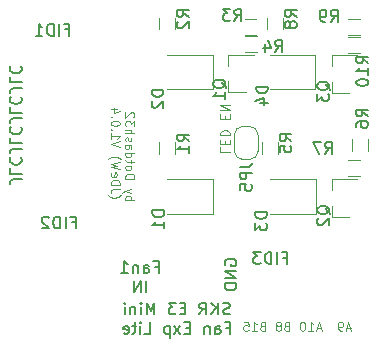
<source format=gbr>
%TF.GenerationSoftware,KiCad,Pcbnew,(5.1.10-1-10_14)*%
%TF.CreationDate,2022-01-16T00:09:14-08:00*%
%TF.ProjectId,FanExpander-Lite,46616e45-7870-4616-9e64-65722d4c6974,V1.0.4*%
%TF.SameCoordinates,Original*%
%TF.FileFunction,Legend,Bot*%
%TF.FilePolarity,Positive*%
%FSLAX46Y46*%
G04 Gerber Fmt 4.6, Leading zero omitted, Abs format (unit mm)*
G04 Created by KiCad (PCBNEW (5.1.10-1-10_14)) date 2022-01-16 00:09:14*
%MOMM*%
%LPD*%
G01*
G04 APERTURE LIST*
%ADD10C,0.150000*%
%ADD11C,0.100000*%
%ADD12C,0.120000*%
G04 APERTURE END LIST*
D10*
X41746419Y-55215847D02*
X41032133Y-55215847D01*
X40889276Y-55263466D01*
X40794038Y-55358704D01*
X40746419Y-55501561D01*
X40746419Y-55596800D01*
X40746419Y-54263466D02*
X40746419Y-54739657D01*
X41746419Y-54739657D01*
X40841657Y-53358704D02*
X40794038Y-53406323D01*
X40746419Y-53549180D01*
X40746419Y-53644419D01*
X40794038Y-53787276D01*
X40889276Y-53882514D01*
X40984514Y-53930133D01*
X41174990Y-53977752D01*
X41317847Y-53977752D01*
X41508323Y-53930133D01*
X41603561Y-53882514D01*
X41698800Y-53787276D01*
X41746419Y-53644419D01*
X41746419Y-53549180D01*
X41698800Y-53406323D01*
X41651180Y-53358704D01*
X41746419Y-52644419D02*
X41032133Y-52644419D01*
X40889276Y-52692038D01*
X40794038Y-52787276D01*
X40746419Y-52930133D01*
X40746419Y-53025371D01*
X40746419Y-51692038D02*
X40746419Y-52168228D01*
X41746419Y-52168228D01*
X40841657Y-50787276D02*
X40794038Y-50834895D01*
X40746419Y-50977752D01*
X40746419Y-51072990D01*
X40794038Y-51215847D01*
X40889276Y-51311085D01*
X40984514Y-51358704D01*
X41174990Y-51406323D01*
X41317847Y-51406323D01*
X41508323Y-51358704D01*
X41603561Y-51311085D01*
X41698800Y-51215847D01*
X41746419Y-51072990D01*
X41746419Y-50977752D01*
X41698800Y-50834895D01*
X41651180Y-50787276D01*
X41746419Y-50072990D02*
X41032133Y-50072990D01*
X40889276Y-50120609D01*
X40794038Y-50215847D01*
X40746419Y-50358704D01*
X40746419Y-50453942D01*
X40746419Y-49120609D02*
X40746419Y-49596800D01*
X41746419Y-49596800D01*
X40841657Y-48215847D02*
X40794038Y-48263466D01*
X40746419Y-48406323D01*
X40746419Y-48501561D01*
X40794038Y-48644419D01*
X40889276Y-48739657D01*
X40984514Y-48787276D01*
X41174990Y-48834895D01*
X41317847Y-48834895D01*
X41508323Y-48787276D01*
X41603561Y-48739657D01*
X41698800Y-48644419D01*
X41746419Y-48501561D01*
X41746419Y-48406323D01*
X41698800Y-48263466D01*
X41651180Y-48215847D01*
X41746419Y-47501561D02*
X41032133Y-47501561D01*
X40889276Y-47549180D01*
X40794038Y-47644419D01*
X40746419Y-47787276D01*
X40746419Y-47882514D01*
X40746419Y-46549180D02*
X40746419Y-47025371D01*
X41746419Y-47025371D01*
X40841657Y-45644419D02*
X40794038Y-45692038D01*
X40746419Y-45834895D01*
X40746419Y-45930133D01*
X40794038Y-46072990D01*
X40889276Y-46168228D01*
X40984514Y-46215847D01*
X41174990Y-46263466D01*
X41317847Y-46263466D01*
X41508323Y-46215847D01*
X41603561Y-46168228D01*
X41698800Y-46072990D01*
X41746419Y-45930133D01*
X41746419Y-45834895D01*
X41698800Y-45692038D01*
X41651180Y-45644419D01*
D11*
X69591342Y-67816000D02*
X69234200Y-67816000D01*
X69662771Y-68030285D02*
X69412771Y-67280285D01*
X69162771Y-68030285D01*
X68877057Y-68030285D02*
X68734200Y-68030285D01*
X68662771Y-67994571D01*
X68627057Y-67958857D01*
X68555628Y-67851714D01*
X68519914Y-67708857D01*
X68519914Y-67423142D01*
X68555628Y-67351714D01*
X68591342Y-67316000D01*
X68662771Y-67280285D01*
X68805628Y-67280285D01*
X68877057Y-67316000D01*
X68912771Y-67351714D01*
X68948485Y-67423142D01*
X68948485Y-67601714D01*
X68912771Y-67673142D01*
X68877057Y-67708857D01*
X68805628Y-67744571D01*
X68662771Y-67744571D01*
X68591342Y-67708857D01*
X68555628Y-67673142D01*
X68519914Y-67601714D01*
X67091342Y-67816000D02*
X66734200Y-67816000D01*
X67162771Y-68030285D02*
X66912771Y-67280285D01*
X66662771Y-68030285D01*
X66019914Y-68030285D02*
X66448485Y-68030285D01*
X66234200Y-68030285D02*
X66234200Y-67280285D01*
X66305628Y-67387428D01*
X66377057Y-67458857D01*
X66448485Y-67494571D01*
X65555628Y-67280285D02*
X65484200Y-67280285D01*
X65412771Y-67316000D01*
X65377057Y-67351714D01*
X65341342Y-67423142D01*
X65305628Y-67566000D01*
X65305628Y-67744571D01*
X65341342Y-67887428D01*
X65377057Y-67958857D01*
X65412771Y-67994571D01*
X65484200Y-68030285D01*
X65555628Y-68030285D01*
X65627057Y-67994571D01*
X65662771Y-67958857D01*
X65698485Y-67887428D01*
X65734200Y-67744571D01*
X65734200Y-67566000D01*
X65698485Y-67423142D01*
X65662771Y-67351714D01*
X65627057Y-67316000D01*
X65555628Y-67280285D01*
X64162771Y-67637428D02*
X64055628Y-67673142D01*
X64019914Y-67708857D01*
X63984200Y-67780285D01*
X63984200Y-67887428D01*
X64019914Y-67958857D01*
X64055628Y-67994571D01*
X64127057Y-68030285D01*
X64412771Y-68030285D01*
X64412771Y-67280285D01*
X64162771Y-67280285D01*
X64091342Y-67316000D01*
X64055628Y-67351714D01*
X64019914Y-67423142D01*
X64019914Y-67494571D01*
X64055628Y-67566000D01*
X64091342Y-67601714D01*
X64162771Y-67637428D01*
X64412771Y-67637428D01*
X63555628Y-67601714D02*
X63627057Y-67566000D01*
X63662771Y-67530285D01*
X63698485Y-67458857D01*
X63698485Y-67423142D01*
X63662771Y-67351714D01*
X63627057Y-67316000D01*
X63555628Y-67280285D01*
X63412771Y-67280285D01*
X63341342Y-67316000D01*
X63305628Y-67351714D01*
X63269914Y-67423142D01*
X63269914Y-67458857D01*
X63305628Y-67530285D01*
X63341342Y-67566000D01*
X63412771Y-67601714D01*
X63555628Y-67601714D01*
X63627057Y-67637428D01*
X63662771Y-67673142D01*
X63698485Y-67744571D01*
X63698485Y-67887428D01*
X63662771Y-67958857D01*
X63627057Y-67994571D01*
X63555628Y-68030285D01*
X63412771Y-68030285D01*
X63341342Y-67994571D01*
X63305628Y-67958857D01*
X63269914Y-67887428D01*
X63269914Y-67744571D01*
X63305628Y-67673142D01*
X63341342Y-67637428D01*
X63412771Y-67601714D01*
X62127057Y-67637428D02*
X62019914Y-67673142D01*
X61984200Y-67708857D01*
X61948485Y-67780285D01*
X61948485Y-67887428D01*
X61984200Y-67958857D01*
X62019914Y-67994571D01*
X62091342Y-68030285D01*
X62377057Y-68030285D01*
X62377057Y-67280285D01*
X62127057Y-67280285D01*
X62055628Y-67316000D01*
X62019914Y-67351714D01*
X61984200Y-67423142D01*
X61984200Y-67494571D01*
X62019914Y-67566000D01*
X62055628Y-67601714D01*
X62127057Y-67637428D01*
X62377057Y-67637428D01*
X61234200Y-68030285D02*
X61662771Y-68030285D01*
X61448485Y-68030285D02*
X61448485Y-67280285D01*
X61519914Y-67387428D01*
X61591342Y-67458857D01*
X61662771Y-67494571D01*
X60555628Y-67280285D02*
X60912771Y-67280285D01*
X60948485Y-67637428D01*
X60912771Y-67601714D01*
X60841342Y-67566000D01*
X60662771Y-67566000D01*
X60591342Y-67601714D01*
X60555628Y-67637428D01*
X60519914Y-67708857D01*
X60519914Y-67887428D01*
X60555628Y-67958857D01*
X60591342Y-67994571D01*
X60662771Y-68030285D01*
X60841342Y-68030285D01*
X60912771Y-67994571D01*
X60948485Y-67958857D01*
X58566095Y-52501600D02*
X58566095Y-52882552D01*
X59366095Y-52882552D01*
X58985142Y-52234933D02*
X58985142Y-51968266D01*
X58566095Y-51853980D02*
X58566095Y-52234933D01*
X59366095Y-52234933D01*
X59366095Y-51853980D01*
X58566095Y-51511123D02*
X59366095Y-51511123D01*
X59366095Y-51320647D01*
X59328000Y-51206361D01*
X59251809Y-51130171D01*
X59175619Y-51092076D01*
X59023238Y-51053980D01*
X58908952Y-51053980D01*
X58756571Y-51092076D01*
X58680380Y-51130171D01*
X58604190Y-51206361D01*
X58566095Y-51320647D01*
X58566095Y-51511123D01*
X58985142Y-50101600D02*
X58985142Y-49834933D01*
X58566095Y-49720647D02*
X58566095Y-50101600D01*
X59366095Y-50101600D01*
X59366095Y-49720647D01*
X58566095Y-49377790D02*
X59366095Y-49377790D01*
X58566095Y-48920647D01*
X59366095Y-48920647D01*
D10*
X53013455Y-62623891D02*
X53346788Y-62623891D01*
X53346788Y-63147700D02*
X53346788Y-62147700D01*
X52870598Y-62147700D01*
X52061074Y-63147700D02*
X52061074Y-62623891D01*
X52108693Y-62528653D01*
X52203931Y-62481034D01*
X52394407Y-62481034D01*
X52489645Y-62528653D01*
X52061074Y-63100081D02*
X52156312Y-63147700D01*
X52394407Y-63147700D01*
X52489645Y-63100081D01*
X52537264Y-63004843D01*
X52537264Y-62909605D01*
X52489645Y-62814367D01*
X52394407Y-62766748D01*
X52156312Y-62766748D01*
X52061074Y-62719129D01*
X51584883Y-62481034D02*
X51584883Y-63147700D01*
X51584883Y-62576272D02*
X51537264Y-62528653D01*
X51442026Y-62481034D01*
X51299169Y-62481034D01*
X51203931Y-62528653D01*
X51156312Y-62623891D01*
X51156312Y-63147700D01*
X50156312Y-63147700D02*
X50727740Y-63147700D01*
X50442026Y-63147700D02*
X50442026Y-62147700D01*
X50537264Y-62290558D01*
X50632502Y-62385796D01*
X50727740Y-62433415D01*
X52299169Y-64797700D02*
X52299169Y-63797700D01*
X51822979Y-64797700D02*
X51822979Y-63797700D01*
X51251550Y-64797700D01*
X51251550Y-63797700D01*
X58976640Y-62509495D02*
X58929020Y-62414257D01*
X58929020Y-62271400D01*
X58976640Y-62128542D01*
X59071878Y-62033304D01*
X59167116Y-61985685D01*
X59357592Y-61938066D01*
X59500449Y-61938066D01*
X59690925Y-61985685D01*
X59786163Y-62033304D01*
X59881401Y-62128542D01*
X59929020Y-62271400D01*
X59929020Y-62366638D01*
X59881401Y-62509495D01*
X59833782Y-62557114D01*
X59500449Y-62557114D01*
X59500449Y-62366638D01*
X59929020Y-62985685D02*
X58929020Y-62985685D01*
X59929020Y-63557114D01*
X58929020Y-63557114D01*
X59929020Y-64033304D02*
X58929020Y-64033304D01*
X58929020Y-64271400D01*
X58976640Y-64414257D01*
X59071878Y-64509495D01*
X59167116Y-64557114D01*
X59357592Y-64604733D01*
X59500449Y-64604733D01*
X59690925Y-64557114D01*
X59786163Y-64509495D01*
X59881401Y-64414257D01*
X59929020Y-64271400D01*
X59929020Y-64033304D01*
D11*
X50524574Y-56986862D02*
X51274574Y-56986862D01*
X50988860Y-56986862D02*
X51024574Y-56915434D01*
X51024574Y-56772577D01*
X50988860Y-56701148D01*
X50953145Y-56665434D01*
X50881717Y-56629720D01*
X50667431Y-56629720D01*
X50596002Y-56665434D01*
X50560288Y-56701148D01*
X50524574Y-56772577D01*
X50524574Y-56915434D01*
X50560288Y-56986862D01*
X51024574Y-56379720D02*
X50524574Y-56201148D01*
X51024574Y-56022577D02*
X50524574Y-56201148D01*
X50346002Y-56272577D01*
X50310288Y-56308291D01*
X50274574Y-56379720D01*
X50524574Y-55165434D02*
X51274574Y-55165434D01*
X51274574Y-54986862D01*
X51238860Y-54879720D01*
X51167431Y-54808291D01*
X51096002Y-54772577D01*
X50953145Y-54736862D01*
X50846002Y-54736862D01*
X50703145Y-54772577D01*
X50631717Y-54808291D01*
X50560288Y-54879720D01*
X50524574Y-54986862D01*
X50524574Y-55165434D01*
X50524574Y-54308291D02*
X50560288Y-54379720D01*
X50596002Y-54415434D01*
X50667431Y-54451148D01*
X50881717Y-54451148D01*
X50953145Y-54415434D01*
X50988860Y-54379720D01*
X51024574Y-54308291D01*
X51024574Y-54201148D01*
X50988860Y-54129720D01*
X50953145Y-54094005D01*
X50881717Y-54058291D01*
X50667431Y-54058291D01*
X50596002Y-54094005D01*
X50560288Y-54129720D01*
X50524574Y-54201148D01*
X50524574Y-54308291D01*
X51024574Y-53844005D02*
X51024574Y-53558291D01*
X51274574Y-53736862D02*
X50631717Y-53736862D01*
X50560288Y-53701148D01*
X50524574Y-53629720D01*
X50524574Y-53558291D01*
X50524574Y-52986862D02*
X51274574Y-52986862D01*
X50560288Y-52986862D02*
X50524574Y-53058291D01*
X50524574Y-53201148D01*
X50560288Y-53272577D01*
X50596002Y-53308291D01*
X50667431Y-53344005D01*
X50881717Y-53344005D01*
X50953145Y-53308291D01*
X50988860Y-53272577D01*
X51024574Y-53201148D01*
X51024574Y-53058291D01*
X50988860Y-52986862D01*
X50524574Y-52308291D02*
X50917431Y-52308291D01*
X50988860Y-52344005D01*
X51024574Y-52415434D01*
X51024574Y-52558291D01*
X50988860Y-52629720D01*
X50560288Y-52308291D02*
X50524574Y-52379720D01*
X50524574Y-52558291D01*
X50560288Y-52629720D01*
X50631717Y-52665434D01*
X50703145Y-52665434D01*
X50774574Y-52629720D01*
X50810288Y-52558291D01*
X50810288Y-52379720D01*
X50846002Y-52308291D01*
X50560288Y-51986862D02*
X50524574Y-51915434D01*
X50524574Y-51772577D01*
X50560288Y-51701148D01*
X50631717Y-51665434D01*
X50667431Y-51665434D01*
X50738860Y-51701148D01*
X50774574Y-51772577D01*
X50774574Y-51879720D01*
X50810288Y-51951148D01*
X50881717Y-51986862D01*
X50917431Y-51986862D01*
X50988860Y-51951148D01*
X51024574Y-51879720D01*
X51024574Y-51772577D01*
X50988860Y-51701148D01*
X50524574Y-51344005D02*
X51274574Y-51344005D01*
X50524574Y-51022577D02*
X50917431Y-51022577D01*
X50988860Y-51058291D01*
X51024574Y-51129720D01*
X51024574Y-51236862D01*
X50988860Y-51308291D01*
X50953145Y-51344005D01*
X51274574Y-50736862D02*
X51274574Y-50272577D01*
X50988860Y-50522577D01*
X50988860Y-50415434D01*
X50953145Y-50344005D01*
X50917431Y-50308291D01*
X50846002Y-50272577D01*
X50667431Y-50272577D01*
X50596002Y-50308291D01*
X50560288Y-50344005D01*
X50524574Y-50415434D01*
X50524574Y-50629720D01*
X50560288Y-50701148D01*
X50596002Y-50736862D01*
X51203145Y-49986862D02*
X51238860Y-49951148D01*
X51274574Y-49879720D01*
X51274574Y-49701148D01*
X51238860Y-49629720D01*
X51203145Y-49594005D01*
X51131717Y-49558291D01*
X51060288Y-49558291D01*
X50953145Y-49594005D01*
X50524574Y-50022577D01*
X50524574Y-49558291D01*
X49013860Y-56558291D02*
X49049574Y-56594005D01*
X49156717Y-56665434D01*
X49228145Y-56701148D01*
X49335288Y-56736862D01*
X49513860Y-56772577D01*
X49656717Y-56772577D01*
X49835288Y-56736862D01*
X49942431Y-56701148D01*
X50013860Y-56665434D01*
X50121002Y-56594005D01*
X50156717Y-56558291D01*
X50049574Y-56058291D02*
X49513860Y-56058291D01*
X49406717Y-56094005D01*
X49335288Y-56165434D01*
X49299574Y-56272577D01*
X49299574Y-56344005D01*
X49299574Y-55701148D02*
X50049574Y-55701148D01*
X50049574Y-55522577D01*
X50013860Y-55415434D01*
X49942431Y-55344005D01*
X49871002Y-55308291D01*
X49728145Y-55272577D01*
X49621002Y-55272577D01*
X49478145Y-55308291D01*
X49406717Y-55344005D01*
X49335288Y-55415434D01*
X49299574Y-55522577D01*
X49299574Y-55701148D01*
X49335288Y-54665434D02*
X49299574Y-54736862D01*
X49299574Y-54879720D01*
X49335288Y-54951148D01*
X49406717Y-54986862D01*
X49692431Y-54986862D01*
X49763860Y-54951148D01*
X49799574Y-54879720D01*
X49799574Y-54736862D01*
X49763860Y-54665434D01*
X49692431Y-54629720D01*
X49621002Y-54629720D01*
X49549574Y-54986862D01*
X50049574Y-54379720D02*
X49299574Y-54201148D01*
X49835288Y-54058291D01*
X49299574Y-53915434D01*
X50049574Y-53736862D01*
X49013860Y-53522577D02*
X49049574Y-53486862D01*
X49156717Y-53415434D01*
X49228145Y-53379720D01*
X49335288Y-53344005D01*
X49513860Y-53308291D01*
X49656717Y-53308291D01*
X49835288Y-53344005D01*
X49942431Y-53379720D01*
X50013860Y-53415434D01*
X50121002Y-53486862D01*
X50156717Y-53522577D01*
X50049574Y-52486862D02*
X49299574Y-52236862D01*
X50049574Y-51986862D01*
X49299574Y-51344005D02*
X49299574Y-51772577D01*
X49299574Y-51558291D02*
X50049574Y-51558291D01*
X49942431Y-51629720D01*
X49871002Y-51701148D01*
X49835288Y-51772577D01*
X49371002Y-51022577D02*
X49335288Y-50986862D01*
X49299574Y-51022577D01*
X49335288Y-51058291D01*
X49371002Y-51022577D01*
X49299574Y-51022577D01*
X50049574Y-50522577D02*
X50049574Y-50451148D01*
X50013860Y-50379720D01*
X49978145Y-50344005D01*
X49906717Y-50308291D01*
X49763860Y-50272577D01*
X49585288Y-50272577D01*
X49442431Y-50308291D01*
X49371002Y-50344005D01*
X49335288Y-50379720D01*
X49299574Y-50451148D01*
X49299574Y-50522577D01*
X49335288Y-50594005D01*
X49371002Y-50629720D01*
X49442431Y-50665434D01*
X49585288Y-50701148D01*
X49763860Y-50701148D01*
X49906717Y-50665434D01*
X49978145Y-50629720D01*
X50013860Y-50594005D01*
X50049574Y-50522577D01*
X49371002Y-49951148D02*
X49335288Y-49915434D01*
X49299574Y-49951148D01*
X49335288Y-49986862D01*
X49371002Y-49951148D01*
X49299574Y-49951148D01*
X49799574Y-49272577D02*
X49299574Y-49272577D01*
X50085288Y-49451148D02*
X49549574Y-49629720D01*
X49549574Y-49165434D01*
D10*
X59365590Y-66615441D02*
X59222733Y-66663060D01*
X58984638Y-66663060D01*
X58889400Y-66615441D01*
X58841780Y-66567822D01*
X58794161Y-66472584D01*
X58794161Y-66377346D01*
X58841780Y-66282108D01*
X58889400Y-66234489D01*
X58984638Y-66186870D01*
X59175114Y-66139251D01*
X59270352Y-66091632D01*
X59317971Y-66044013D01*
X59365590Y-65948775D01*
X59365590Y-65853537D01*
X59317971Y-65758299D01*
X59270352Y-65710680D01*
X59175114Y-65663060D01*
X58937019Y-65663060D01*
X58794161Y-65710680D01*
X58365590Y-66663060D02*
X58365590Y-65663060D01*
X57794161Y-66663060D02*
X58222733Y-66091632D01*
X57794161Y-65663060D02*
X58365590Y-66234489D01*
X56794161Y-66663060D02*
X57127495Y-66186870D01*
X57365590Y-66663060D02*
X57365590Y-65663060D01*
X56984638Y-65663060D01*
X56889400Y-65710680D01*
X56841780Y-65758299D01*
X56794161Y-65853537D01*
X56794161Y-65996394D01*
X56841780Y-66091632D01*
X56889400Y-66139251D01*
X56984638Y-66186870D01*
X57365590Y-66186870D01*
X55603685Y-66139251D02*
X55270352Y-66139251D01*
X55127495Y-66663060D02*
X55603685Y-66663060D01*
X55603685Y-65663060D01*
X55127495Y-65663060D01*
X54794161Y-65663060D02*
X54175114Y-65663060D01*
X54508447Y-66044013D01*
X54365590Y-66044013D01*
X54270352Y-66091632D01*
X54222733Y-66139251D01*
X54175114Y-66234489D01*
X54175114Y-66472584D01*
X54222733Y-66567822D01*
X54270352Y-66615441D01*
X54365590Y-66663060D01*
X54651304Y-66663060D01*
X54746542Y-66615441D01*
X54794161Y-66567822D01*
X52984638Y-66663060D02*
X52984638Y-65663060D01*
X52651304Y-66377346D01*
X52317971Y-65663060D01*
X52317971Y-66663060D01*
X51841780Y-66663060D02*
X51841780Y-65996394D01*
X51841780Y-65663060D02*
X51889400Y-65710680D01*
X51841780Y-65758299D01*
X51794161Y-65710680D01*
X51841780Y-65663060D01*
X51841780Y-65758299D01*
X51365590Y-65996394D02*
X51365590Y-66663060D01*
X51365590Y-66091632D02*
X51317971Y-66044013D01*
X51222733Y-65996394D01*
X51079876Y-65996394D01*
X50984638Y-66044013D01*
X50937019Y-66139251D01*
X50937019Y-66663060D01*
X50460828Y-66663060D02*
X50460828Y-65996394D01*
X50460828Y-65663060D02*
X50508447Y-65710680D01*
X50460828Y-65758299D01*
X50413209Y-65710680D01*
X50460828Y-65663060D01*
X50460828Y-65758299D01*
X59079876Y-67789251D02*
X59413209Y-67789251D01*
X59413209Y-68313060D02*
X59413209Y-67313060D01*
X58937019Y-67313060D01*
X58127495Y-68313060D02*
X58127495Y-67789251D01*
X58175114Y-67694013D01*
X58270352Y-67646394D01*
X58460828Y-67646394D01*
X58556066Y-67694013D01*
X58127495Y-68265441D02*
X58222733Y-68313060D01*
X58460828Y-68313060D01*
X58556066Y-68265441D01*
X58603685Y-68170203D01*
X58603685Y-68074965D01*
X58556066Y-67979727D01*
X58460828Y-67932108D01*
X58222733Y-67932108D01*
X58127495Y-67884489D01*
X57651304Y-67646394D02*
X57651304Y-68313060D01*
X57651304Y-67741632D02*
X57603685Y-67694013D01*
X57508447Y-67646394D01*
X57365590Y-67646394D01*
X57270352Y-67694013D01*
X57222733Y-67789251D01*
X57222733Y-68313060D01*
X55984638Y-67789251D02*
X55651304Y-67789251D01*
X55508447Y-68313060D02*
X55984638Y-68313060D01*
X55984638Y-67313060D01*
X55508447Y-67313060D01*
X55175114Y-68313060D02*
X54651304Y-67646394D01*
X55175114Y-67646394D02*
X54651304Y-68313060D01*
X54270352Y-67646394D02*
X54270352Y-68646394D01*
X54270352Y-67694013D02*
X54175114Y-67646394D01*
X53984638Y-67646394D01*
X53889400Y-67694013D01*
X53841780Y-67741632D01*
X53794161Y-67836870D01*
X53794161Y-68122584D01*
X53841780Y-68217822D01*
X53889400Y-68265441D01*
X53984638Y-68313060D01*
X54175114Y-68313060D01*
X54270352Y-68265441D01*
X52127495Y-68313060D02*
X52603685Y-68313060D01*
X52603685Y-67313060D01*
X51794161Y-68313060D02*
X51794161Y-67646394D01*
X51794161Y-67313060D02*
X51841780Y-67360680D01*
X51794161Y-67408299D01*
X51746542Y-67360680D01*
X51794161Y-67313060D01*
X51794161Y-67408299D01*
X51460828Y-67646394D02*
X51079876Y-67646394D01*
X51317971Y-67313060D02*
X51317971Y-68170203D01*
X51270352Y-68265441D01*
X51175114Y-68313060D01*
X51079876Y-68313060D01*
X50365590Y-68265441D02*
X50460828Y-68313060D01*
X50651304Y-68313060D01*
X50746542Y-68265441D01*
X50794161Y-68170203D01*
X50794161Y-67789251D01*
X50746542Y-67694013D01*
X50651304Y-67646394D01*
X50460828Y-67646394D01*
X50365590Y-67694013D01*
X50317971Y-67789251D01*
X50317971Y-67884489D01*
X50794161Y-67979727D01*
D12*
%TO.C,JP5*%
X59756800Y-52846200D02*
G75*
G03*
X60456800Y-53546200I700000J0D01*
G01*
X60456800Y-50746200D02*
G75*
G03*
X59756800Y-51446200I0J-700000D01*
G01*
X61756800Y-51446200D02*
G75*
G03*
X61056800Y-50746200I-700000J0D01*
G01*
X61056800Y-53546200D02*
G75*
G03*
X61756800Y-52846200I0J700000D01*
G01*
X60456800Y-53546200D02*
X61056800Y-53546200D01*
X59756800Y-51446200D02*
X59756800Y-52846200D01*
X61056800Y-50746200D02*
X60456800Y-50746200D01*
X61756800Y-52846200D02*
X61756800Y-51446200D01*
%TO.C,D4*%
X66618120Y-47606720D02*
X62733120Y-47606720D01*
X62733120Y-44686720D02*
X66618120Y-44686720D01*
X66618120Y-44686720D02*
X66618120Y-47606720D01*
%TO.C,D3*%
X66643520Y-58122320D02*
X62758520Y-58122320D01*
X62758520Y-55202320D02*
X66643520Y-55202320D01*
X66643520Y-55202320D02*
X66643520Y-58122320D01*
%TO.C,D2*%
X57905920Y-47606720D02*
X54020920Y-47606720D01*
X54020920Y-44686720D02*
X57905920Y-44686720D01*
X57905920Y-44686720D02*
X57905920Y-47606720D01*
%TO.C,D1*%
X57911000Y-58127400D02*
X54026000Y-58127400D01*
X54026000Y-55207400D02*
X57911000Y-55207400D01*
X57911000Y-55207400D02*
X57911000Y-58127400D01*
%TO.C,R10*%
X70375400Y-43135000D02*
X69375400Y-43135000D01*
X69375400Y-44495000D02*
X70375400Y-44495000D01*
%TO.C,R9*%
X69388800Y-43021800D02*
X70388800Y-43021800D01*
X70388800Y-41661800D02*
X69388800Y-41661800D01*
%TO.C,R8*%
X62489800Y-41531920D02*
X62489800Y-42531920D01*
X63849800Y-42531920D02*
X63849800Y-41531920D01*
%TO.C,R7*%
X70387400Y-53625200D02*
X69387400Y-53625200D01*
X69387400Y-54985200D02*
X70387400Y-54985200D01*
%TO.C,R6*%
X71088800Y-52798600D02*
X71088800Y-51798600D01*
X69728800Y-51798600D02*
X69728800Y-52798600D01*
%TO.C,R5*%
X62078320Y-52047520D02*
X62078320Y-53047520D01*
X63438320Y-53047520D02*
X63438320Y-52047520D01*
%TO.C,R4*%
X61625800Y-43109600D02*
X60625800Y-43109600D01*
X60625800Y-44469600D02*
X61625800Y-44469600D01*
%TO.C,R3*%
X61612400Y-41636400D02*
X60612400Y-41636400D01*
X60612400Y-42996400D02*
X61612400Y-42996400D01*
%TO.C,R2*%
X53366120Y-41531920D02*
X53366120Y-42531920D01*
X54726120Y-42531920D02*
X54726120Y-41531920D01*
%TO.C,R1*%
X53366120Y-52047520D02*
X53366120Y-53047520D01*
X54726120Y-53047520D02*
X54726120Y-52047520D01*
%TO.C,Q3*%
X68002880Y-47894360D02*
X68002880Y-46964360D01*
X68002880Y-44734360D02*
X68002880Y-45664360D01*
X68002880Y-44734360D02*
X70162880Y-44734360D01*
X68002880Y-47894360D02*
X69462880Y-47894360D01*
%TO.C,Q2*%
X67997800Y-58379480D02*
X67997800Y-57449480D01*
X67997800Y-55219480D02*
X67997800Y-56149480D01*
X67997800Y-55219480D02*
X70157800Y-55219480D01*
X67997800Y-58379480D02*
X69457800Y-58379480D01*
%TO.C,Q1*%
X59250040Y-47853720D02*
X60710040Y-47853720D01*
X59250040Y-44693720D02*
X61410040Y-44693720D01*
X59250040Y-44693720D02*
X59250040Y-45623720D01*
X59250040Y-47853720D02*
X59250040Y-46923720D01*
%TO.C,JP5*%
D10*
X60234580Y-54183066D02*
X60948866Y-54183066D01*
X61091723Y-54135447D01*
X61186961Y-54040209D01*
X61234580Y-53897352D01*
X61234580Y-53802114D01*
X61234580Y-54659257D02*
X60234580Y-54659257D01*
X60234580Y-55040209D01*
X60282200Y-55135447D01*
X60329819Y-55183066D01*
X60425057Y-55230685D01*
X60567914Y-55230685D01*
X60663152Y-55183066D01*
X60710771Y-55135447D01*
X60758390Y-55040209D01*
X60758390Y-54659257D01*
X60234580Y-56135447D02*
X60234580Y-55659257D01*
X60710771Y-55611638D01*
X60663152Y-55659257D01*
X60615533Y-55754495D01*
X60615533Y-55992590D01*
X60663152Y-56087828D01*
X60710771Y-56135447D01*
X60806009Y-56183066D01*
X61044104Y-56183066D01*
X61139342Y-56135447D01*
X61186961Y-56087828D01*
X61234580Y-55992590D01*
X61234580Y-55754495D01*
X61186961Y-55659257D01*
X61139342Y-55611638D01*
%TO.C,D4*%
X62580780Y-47369504D02*
X61580780Y-47369504D01*
X61580780Y-47607600D01*
X61628400Y-47750457D01*
X61723638Y-47845695D01*
X61818876Y-47893314D01*
X62009352Y-47940933D01*
X62152209Y-47940933D01*
X62342685Y-47893314D01*
X62437923Y-47845695D01*
X62533161Y-47750457D01*
X62580780Y-47607600D01*
X62580780Y-47369504D01*
X61914114Y-48798076D02*
X62580780Y-48798076D01*
X61533161Y-48559980D02*
X62247447Y-48321885D01*
X62247447Y-48940933D01*
%TO.C,D3*%
X62504580Y-58012104D02*
X61504580Y-58012104D01*
X61504580Y-58250200D01*
X61552200Y-58393057D01*
X61647438Y-58488295D01*
X61742676Y-58535914D01*
X61933152Y-58583533D01*
X62076009Y-58583533D01*
X62266485Y-58535914D01*
X62361723Y-58488295D01*
X62456961Y-58393057D01*
X62504580Y-58250200D01*
X62504580Y-58012104D01*
X61504580Y-58916866D02*
X61504580Y-59535914D01*
X61885533Y-59202580D01*
X61885533Y-59345438D01*
X61933152Y-59440676D01*
X61980771Y-59488295D01*
X62076009Y-59535914D01*
X62314104Y-59535914D01*
X62409342Y-59488295D01*
X62456961Y-59440676D01*
X62504580Y-59345438D01*
X62504580Y-59059723D01*
X62456961Y-58964485D01*
X62409342Y-58916866D01*
%TO.C,D2*%
X53741580Y-47648904D02*
X52741580Y-47648904D01*
X52741580Y-47887000D01*
X52789200Y-48029857D01*
X52884438Y-48125095D01*
X52979676Y-48172714D01*
X53170152Y-48220333D01*
X53313009Y-48220333D01*
X53503485Y-48172714D01*
X53598723Y-48125095D01*
X53693961Y-48029857D01*
X53741580Y-47887000D01*
X53741580Y-47648904D01*
X52836819Y-48601285D02*
X52789200Y-48648904D01*
X52741580Y-48744142D01*
X52741580Y-48982238D01*
X52789200Y-49077476D01*
X52836819Y-49125095D01*
X52932057Y-49172714D01*
X53027295Y-49172714D01*
X53170152Y-49125095D01*
X53741580Y-48553666D01*
X53741580Y-49172714D01*
%TO.C,D1*%
X53817780Y-57859704D02*
X52817780Y-57859704D01*
X52817780Y-58097800D01*
X52865400Y-58240657D01*
X52960638Y-58335895D01*
X53055876Y-58383514D01*
X53246352Y-58431133D01*
X53389209Y-58431133D01*
X53579685Y-58383514D01*
X53674923Y-58335895D01*
X53770161Y-58240657D01*
X53817780Y-58097800D01*
X53817780Y-57859704D01*
X53817780Y-59383514D02*
X53817780Y-58812085D01*
X53817780Y-59097800D02*
X52817780Y-59097800D01*
X52960638Y-59002561D01*
X53055876Y-58907323D01*
X53103495Y-58812085D01*
%TO.C,FID3*%
X63885628Y-61853771D02*
X64218961Y-61853771D01*
X64218961Y-62377580D02*
X64218961Y-61377580D01*
X63742771Y-61377580D01*
X63361819Y-62377580D02*
X63361819Y-61377580D01*
X62885628Y-62377580D02*
X62885628Y-61377580D01*
X62647533Y-61377580D01*
X62504676Y-61425200D01*
X62409438Y-61520438D01*
X62361819Y-61615676D01*
X62314200Y-61806152D01*
X62314200Y-61949009D01*
X62361819Y-62139485D01*
X62409438Y-62234723D01*
X62504676Y-62329961D01*
X62647533Y-62377580D01*
X62885628Y-62377580D01*
X61980866Y-61377580D02*
X61361819Y-61377580D01*
X61695152Y-61758533D01*
X61552295Y-61758533D01*
X61457057Y-61806152D01*
X61409438Y-61853771D01*
X61361819Y-61949009D01*
X61361819Y-62187104D01*
X61409438Y-62282342D01*
X61457057Y-62329961D01*
X61552295Y-62377580D01*
X61838009Y-62377580D01*
X61933247Y-62329961D01*
X61980866Y-62282342D01*
%TO.C,FID2*%
X45978628Y-58856571D02*
X46311961Y-58856571D01*
X46311961Y-59380380D02*
X46311961Y-58380380D01*
X45835771Y-58380380D01*
X45454819Y-59380380D02*
X45454819Y-58380380D01*
X44978628Y-59380380D02*
X44978628Y-58380380D01*
X44740533Y-58380380D01*
X44597676Y-58428000D01*
X44502438Y-58523238D01*
X44454819Y-58618476D01*
X44407200Y-58808952D01*
X44407200Y-58951809D01*
X44454819Y-59142285D01*
X44502438Y-59237523D01*
X44597676Y-59332761D01*
X44740533Y-59380380D01*
X44978628Y-59380380D01*
X44026247Y-58475619D02*
X43978628Y-58428000D01*
X43883390Y-58380380D01*
X43645295Y-58380380D01*
X43550057Y-58428000D01*
X43502438Y-58475619D01*
X43454819Y-58570857D01*
X43454819Y-58666095D01*
X43502438Y-58808952D01*
X44073866Y-59380380D01*
X43454819Y-59380380D01*
%TO.C,FID1*%
X45445228Y-42524371D02*
X45778561Y-42524371D01*
X45778561Y-43048180D02*
X45778561Y-42048180D01*
X45302371Y-42048180D01*
X44921419Y-43048180D02*
X44921419Y-42048180D01*
X44445228Y-43048180D02*
X44445228Y-42048180D01*
X44207133Y-42048180D01*
X44064276Y-42095800D01*
X43969038Y-42191038D01*
X43921419Y-42286276D01*
X43873800Y-42476752D01*
X43873800Y-42619609D01*
X43921419Y-42810085D01*
X43969038Y-42905323D01*
X44064276Y-43000561D01*
X44207133Y-43048180D01*
X44445228Y-43048180D01*
X42921419Y-43048180D02*
X43492847Y-43048180D01*
X43207133Y-43048180D02*
X43207133Y-42048180D01*
X43302371Y-42191038D01*
X43397609Y-42286276D01*
X43492847Y-42333895D01*
%TO.C,R10*%
X71089780Y-45407342D02*
X70613590Y-45074009D01*
X71089780Y-44835914D02*
X70089780Y-44835914D01*
X70089780Y-45216866D01*
X70137400Y-45312104D01*
X70185019Y-45359723D01*
X70280257Y-45407342D01*
X70423114Y-45407342D01*
X70518352Y-45359723D01*
X70565971Y-45312104D01*
X70613590Y-45216866D01*
X70613590Y-44835914D01*
X71089780Y-46359723D02*
X71089780Y-45788295D01*
X71089780Y-46074009D02*
X70089780Y-46074009D01*
X70232638Y-45978771D01*
X70327876Y-45883533D01*
X70375495Y-45788295D01*
X70089780Y-46978771D02*
X70089780Y-47074009D01*
X70137400Y-47169247D01*
X70185019Y-47216866D01*
X70280257Y-47264485D01*
X70470733Y-47312104D01*
X70708828Y-47312104D01*
X70899304Y-47264485D01*
X70994542Y-47216866D01*
X71042161Y-47169247D01*
X71089780Y-47074009D01*
X71089780Y-46978771D01*
X71042161Y-46883533D01*
X70994542Y-46835914D01*
X70899304Y-46788295D01*
X70708828Y-46740676D01*
X70470733Y-46740676D01*
X70280257Y-46788295D01*
X70185019Y-46835914D01*
X70137400Y-46883533D01*
X70089780Y-46978771D01*
%TO.C,R9*%
X67921866Y-41879780D02*
X68255200Y-41403590D01*
X68493295Y-41879780D02*
X68493295Y-40879780D01*
X68112342Y-40879780D01*
X68017104Y-40927400D01*
X67969485Y-40975019D01*
X67921866Y-41070257D01*
X67921866Y-41213114D01*
X67969485Y-41308352D01*
X68017104Y-41355971D01*
X68112342Y-41403590D01*
X68493295Y-41403590D01*
X67445676Y-41879780D02*
X67255200Y-41879780D01*
X67159961Y-41832161D01*
X67112342Y-41784542D01*
X67017104Y-41641685D01*
X66969485Y-41451209D01*
X66969485Y-41070257D01*
X67017104Y-40975019D01*
X67064723Y-40927400D01*
X67159961Y-40879780D01*
X67350438Y-40879780D01*
X67445676Y-40927400D01*
X67493295Y-40975019D01*
X67540914Y-41070257D01*
X67540914Y-41308352D01*
X67493295Y-41403590D01*
X67445676Y-41451209D01*
X67350438Y-41498828D01*
X67159961Y-41498828D01*
X67064723Y-41451209D01*
X67017104Y-41403590D01*
X66969485Y-41308352D01*
%TO.C,R8*%
X65014100Y-41469013D02*
X64537910Y-41135680D01*
X65014100Y-40897584D02*
X64014100Y-40897584D01*
X64014100Y-41278537D01*
X64061720Y-41373775D01*
X64109339Y-41421394D01*
X64204577Y-41469013D01*
X64347434Y-41469013D01*
X64442672Y-41421394D01*
X64490291Y-41373775D01*
X64537910Y-41278537D01*
X64537910Y-40897584D01*
X64442672Y-42040441D02*
X64395053Y-41945203D01*
X64347434Y-41897584D01*
X64252196Y-41849965D01*
X64204577Y-41849965D01*
X64109339Y-41897584D01*
X64061720Y-41945203D01*
X64014100Y-42040441D01*
X64014100Y-42230918D01*
X64061720Y-42326156D01*
X64109339Y-42373775D01*
X64204577Y-42421394D01*
X64252196Y-42421394D01*
X64347434Y-42373775D01*
X64395053Y-42326156D01*
X64442672Y-42230918D01*
X64442672Y-42040441D01*
X64490291Y-41945203D01*
X64537910Y-41897584D01*
X64633148Y-41849965D01*
X64823624Y-41849965D01*
X64918862Y-41897584D01*
X64966481Y-41945203D01*
X65014100Y-42040441D01*
X65014100Y-42230918D01*
X64966481Y-42326156D01*
X64918862Y-42373775D01*
X64823624Y-42421394D01*
X64633148Y-42421394D01*
X64537910Y-42373775D01*
X64490291Y-42326156D01*
X64442672Y-42230918D01*
%TO.C,R7*%
X67451266Y-53055780D02*
X67784600Y-52579590D01*
X68022695Y-53055780D02*
X68022695Y-52055780D01*
X67641742Y-52055780D01*
X67546504Y-52103400D01*
X67498885Y-52151019D01*
X67451266Y-52246257D01*
X67451266Y-52389114D01*
X67498885Y-52484352D01*
X67546504Y-52531971D01*
X67641742Y-52579590D01*
X68022695Y-52579590D01*
X67117933Y-52055780D02*
X66451266Y-52055780D01*
X66879838Y-53055780D01*
%TO.C,R6*%
X71064380Y-49896733D02*
X70588190Y-49563400D01*
X71064380Y-49325304D02*
X70064380Y-49325304D01*
X70064380Y-49706257D01*
X70112000Y-49801495D01*
X70159619Y-49849114D01*
X70254857Y-49896733D01*
X70397714Y-49896733D01*
X70492952Y-49849114D01*
X70540571Y-49801495D01*
X70588190Y-49706257D01*
X70588190Y-49325304D01*
X70064380Y-50753876D02*
X70064380Y-50563400D01*
X70112000Y-50468161D01*
X70159619Y-50420542D01*
X70302476Y-50325304D01*
X70492952Y-50277685D01*
X70873904Y-50277685D01*
X70969142Y-50325304D01*
X71016761Y-50372923D01*
X71064380Y-50468161D01*
X71064380Y-50658638D01*
X71016761Y-50753876D01*
X70969142Y-50801495D01*
X70873904Y-50849114D01*
X70635809Y-50849114D01*
X70540571Y-50801495D01*
X70492952Y-50753876D01*
X70445333Y-50658638D01*
X70445333Y-50468161D01*
X70492952Y-50372923D01*
X70540571Y-50325304D01*
X70635809Y-50277685D01*
%TO.C,R5*%
X64582300Y-51999853D02*
X64106110Y-51666520D01*
X64582300Y-51428424D02*
X63582300Y-51428424D01*
X63582300Y-51809377D01*
X63629920Y-51904615D01*
X63677539Y-51952234D01*
X63772777Y-51999853D01*
X63915634Y-51999853D01*
X64010872Y-51952234D01*
X64058491Y-51904615D01*
X64106110Y-51809377D01*
X64106110Y-51428424D01*
X63582300Y-52904615D02*
X63582300Y-52428424D01*
X64058491Y-52380805D01*
X64010872Y-52428424D01*
X63963253Y-52523662D01*
X63963253Y-52761758D01*
X64010872Y-52856996D01*
X64058491Y-52904615D01*
X64153729Y-52952234D01*
X64391824Y-52952234D01*
X64487062Y-52904615D01*
X64534681Y-52856996D01*
X64582300Y-52761758D01*
X64582300Y-52523662D01*
X64534681Y-52428424D01*
X64487062Y-52380805D01*
%TO.C,R4*%
X63209466Y-44445180D02*
X63542800Y-43968990D01*
X63780895Y-44445180D02*
X63780895Y-43445180D01*
X63399942Y-43445180D01*
X63304704Y-43492800D01*
X63257085Y-43540419D01*
X63209466Y-43635657D01*
X63209466Y-43778514D01*
X63257085Y-43873752D01*
X63304704Y-43921371D01*
X63399942Y-43968990D01*
X63780895Y-43968990D01*
X62352323Y-43778514D02*
X62352323Y-44445180D01*
X62590419Y-43397561D02*
X62828514Y-44111847D01*
X62209466Y-44111847D01*
%TO.C,R3*%
X59755066Y-41803580D02*
X60088400Y-41327390D01*
X60326495Y-41803580D02*
X60326495Y-40803580D01*
X59945542Y-40803580D01*
X59850304Y-40851200D01*
X59802685Y-40898819D01*
X59755066Y-40994057D01*
X59755066Y-41136914D01*
X59802685Y-41232152D01*
X59850304Y-41279771D01*
X59945542Y-41327390D01*
X60326495Y-41327390D01*
X59421733Y-40803580D02*
X58802685Y-40803580D01*
X59136019Y-41184533D01*
X58993161Y-41184533D01*
X58897923Y-41232152D01*
X58850304Y-41279771D01*
X58802685Y-41375009D01*
X58802685Y-41613104D01*
X58850304Y-41708342D01*
X58897923Y-41755961D01*
X58993161Y-41803580D01*
X59278876Y-41803580D01*
X59374114Y-41755961D01*
X59421733Y-41708342D01*
%TO.C,R2*%
X55870100Y-41484253D02*
X55393910Y-41150920D01*
X55870100Y-40912824D02*
X54870100Y-40912824D01*
X54870100Y-41293777D01*
X54917720Y-41389015D01*
X54965339Y-41436634D01*
X55060577Y-41484253D01*
X55203434Y-41484253D01*
X55298672Y-41436634D01*
X55346291Y-41389015D01*
X55393910Y-41293777D01*
X55393910Y-40912824D01*
X54965339Y-41865205D02*
X54917720Y-41912824D01*
X54870100Y-42008062D01*
X54870100Y-42246158D01*
X54917720Y-42341396D01*
X54965339Y-42389015D01*
X55060577Y-42436634D01*
X55155815Y-42436634D01*
X55298672Y-42389015D01*
X55870100Y-41817586D01*
X55870100Y-42436634D01*
%TO.C,R1*%
X55931060Y-52010013D02*
X55454870Y-51676680D01*
X55931060Y-51438584D02*
X54931060Y-51438584D01*
X54931060Y-51819537D01*
X54978680Y-51914775D01*
X55026299Y-51962394D01*
X55121537Y-52010013D01*
X55264394Y-52010013D01*
X55359632Y-51962394D01*
X55407251Y-51914775D01*
X55454870Y-51819537D01*
X55454870Y-51438584D01*
X55931060Y-52962394D02*
X55931060Y-52390965D01*
X55931060Y-52676680D02*
X54931060Y-52676680D01*
X55073918Y-52581441D01*
X55169156Y-52486203D01*
X55216775Y-52390965D01*
%TO.C,Q3*%
X67862699Y-47692321D02*
X67815080Y-47597083D01*
X67719841Y-47501845D01*
X67576984Y-47358988D01*
X67529365Y-47263750D01*
X67529365Y-47168512D01*
X67767460Y-47216131D02*
X67719841Y-47120893D01*
X67624603Y-47025655D01*
X67434127Y-46978036D01*
X67100794Y-46978036D01*
X66910318Y-47025655D01*
X66815080Y-47120893D01*
X66767460Y-47216131D01*
X66767460Y-47406607D01*
X66815080Y-47501845D01*
X66910318Y-47597083D01*
X67100794Y-47644702D01*
X67434127Y-47644702D01*
X67624603Y-47597083D01*
X67719841Y-47501845D01*
X67767460Y-47406607D01*
X67767460Y-47216131D01*
X66767460Y-47978036D02*
X66767460Y-48597083D01*
X67148413Y-48263750D01*
X67148413Y-48406607D01*
X67196032Y-48501845D01*
X67243651Y-48549464D01*
X67338889Y-48597083D01*
X67576984Y-48597083D01*
X67672222Y-48549464D01*
X67719841Y-48501845D01*
X67767460Y-48406607D01*
X67767460Y-48120893D01*
X67719841Y-48025655D01*
X67672222Y-47978036D01*
%TO.C,Q2*%
X67857619Y-58202841D02*
X67810000Y-58107603D01*
X67714761Y-58012365D01*
X67571904Y-57869508D01*
X67524285Y-57774270D01*
X67524285Y-57679032D01*
X67762380Y-57726651D02*
X67714761Y-57631413D01*
X67619523Y-57536175D01*
X67429047Y-57488556D01*
X67095714Y-57488556D01*
X66905238Y-57536175D01*
X66810000Y-57631413D01*
X66762380Y-57726651D01*
X66762380Y-57917127D01*
X66810000Y-58012365D01*
X66905238Y-58107603D01*
X67095714Y-58155222D01*
X67429047Y-58155222D01*
X67619523Y-58107603D01*
X67714761Y-58012365D01*
X67762380Y-57917127D01*
X67762380Y-57726651D01*
X66857619Y-58536175D02*
X66810000Y-58583794D01*
X66762380Y-58679032D01*
X66762380Y-58917127D01*
X66810000Y-59012365D01*
X66857619Y-59059984D01*
X66952857Y-59107603D01*
X67048095Y-59107603D01*
X67190952Y-59059984D01*
X67762380Y-58488556D01*
X67762380Y-59107603D01*
%TO.C,Q1*%
X59059059Y-47524681D02*
X59011440Y-47429443D01*
X58916201Y-47334205D01*
X58773344Y-47191348D01*
X58725725Y-47096110D01*
X58725725Y-47000872D01*
X58963820Y-47048491D02*
X58916201Y-46953253D01*
X58820963Y-46858015D01*
X58630487Y-46810396D01*
X58297154Y-46810396D01*
X58106678Y-46858015D01*
X58011440Y-46953253D01*
X57963820Y-47048491D01*
X57963820Y-47238967D01*
X58011440Y-47334205D01*
X58106678Y-47429443D01*
X58297154Y-47477062D01*
X58630487Y-47477062D01*
X58820963Y-47429443D01*
X58916201Y-47334205D01*
X58963820Y-47238967D01*
X58963820Y-47048491D01*
X58963820Y-48429443D02*
X58963820Y-47858015D01*
X58963820Y-48143729D02*
X57963820Y-48143729D01*
X58106678Y-48048491D01*
X58201916Y-47953253D01*
X58249535Y-47858015D01*
%TD*%
M02*

</source>
